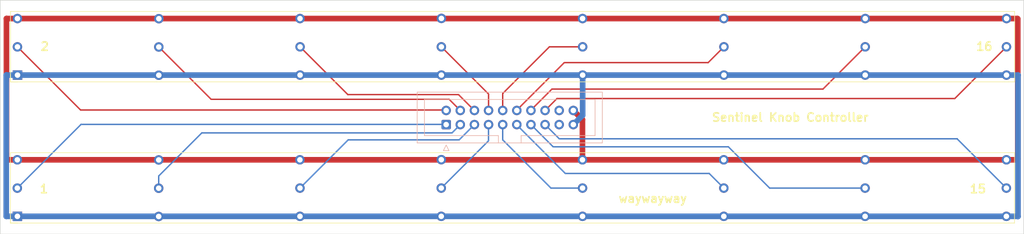
<source format=kicad_pcb>
(kicad_pcb (version 20221018) (generator pcbnew)
  (layers (0 "F.Cu" signal) (31 "B.Cu" signal) (34 "B.Paste" user) (35 "F.Paste" user) (36 "B.SilkS" user "B.Silkscreen") (37 "F.SilkS" user "F.Silkscreen") (38 "B.Mask" user) (39 "F.Mask" user) (44 "Edge.Cuts" user))
  (net 0 "")
  (net 1 "Net-(IDC1-Pin_1)")
  (net 2 "Net-(IDC1-Pin_2)")
  (net 3 "Net-(IDC1-Pin_3)")
  (net 4 "Net-(IDC1-Pin_4)")
  (net 5 "Net-(IDC1-Pin_5)")
  (net 6 "Net-(IDC1-Pin_6)")
  (net 7 "Net-(IDC1-Pin_7)")
  (net 8 "Net-(IDC1-Pin_8)")
  (net 9 "Net-(IDC1-Pin_9)")
  (net 10 "Net-(IDC1-Pin_10)")
  (net 11 "Net-(IDC1-Pin_11)")
  (net 12 "Net-(IDC1-Pin_12)")
  (net 13 "Net-(IDC1-Pin_13)")
  (net 14 "Net-(IDC1-Pin_14)")
  (net 15 "Net-(IDC1-Pin_15)")
  (net 16 "Net-(IDC1-Pin_16)")
  (net 19 "Net-(IDC1-Pin_19)")
  (net 20 "Net-(IDC1-Pin_20)")
  (footprint "Connector_PinHeader_2.54mm:PinHeader_8x3_P2.54mm_Knobs" (layer "F.Cu") (at 49.01 75.885 90)
    (fp_text reference "J2" hide)
    (fp_text value "Top Row" hide)
    (fp_line (start -3.75 1.275) (end -3.75 181.8) (stroke (width 0.12)) (layer "F.SilkS"))
    (fp_line (start -3.75 1.275) (end -2.42 1.275) (stroke (width 0.12)) (layer "F.SilkS"))
    (fp_line (start -3.75 1.275) (end 8.9 1.28) (stroke (width 0.12)) (layer "F.SilkS"))
    (fp_line (start -3.75 2.605) (end -3.75 1.275) (stroke (width 0.12)) (layer "F.SilkS"))
    (fp_line (start -3.75 181.8) (end 8.9 181.8) (stroke (width 0.12)) (layer "F.SilkS"))
    (fp_line (start 8.9 1.28) (end 8.9 181.8) (stroke (width 0.12)) (layer "F.SilkS"))
    (pad "1" thru_hole rect (at -2.54 2.54 180) (size 1.7 1.7) (drill 1) (layers "*.Cu" "*.Mask") (net 19 "Net-(IDC1-Pin_19)"))
    (pad "2" thru_hole oval (at 2.535 2.525 180) (size 1.7 1.7) (drill 1) (layers "*.Cu" "*.Mask") (net 2 "Net-(IDC1-Pin_2)"))
    (pad "3" thru_hole oval (at 7.625 2.525 180) (size 1.7 1.7) (drill 1) (layers "*.Cu" "*.Mask") (net 20 "Net-(IDC1-Pin_20)"))
    (pad "4" thru_hole oval (at -2.565 27.94 180) (size 1.7 1.7) (drill 1) (layers "*.Cu" "*.Mask") (net 19 "Net-(IDC1-Pin_19)"))
    (pad "5" thru_hole oval (at 2.515 27.94 180) (size 1.7 1.7) (drill 1) (layers "*.Cu" "*.Mask") (net 4 "Net-(IDC1-Pin_4)"))
    (pad "6" thru_hole oval (at 7.6 27.95 180) (size 1.7 1.7) (drill 1) (layers "*.Cu" "*.Mask") (net 20 "Net-(IDC1-Pin_20)"))
    (pad "7" thru_hole oval (at -2.54 53.34 180) (size 1.7 1.7) (drill 1) (layers "*.Cu" "*.Mask") (net 19 "Net-(IDC1-Pin_19)"))
    (pad "8" thru_hole oval (at 2.54 53.34 180) (size 1.7 1.7) (drill 1) (layers "*.Cu" "*.Mask") (net 6 "Net-(IDC1-Pin_6)"))
    (pad "9" thru_hole oval (at 7.625 53.325 180) (size 1.7 1.7) (drill 1) (layers "*.Cu" "*.Mask") (net 20 "Net-(IDC1-Pin_20)"))
    (pad "10" thru_hole oval (at -2.54 78.74 180) (size 1.7 1.7) (drill 1) (layers "*.Cu" "*.Mask") (net 19 "Net-(IDC1-Pin_19)"))
    (pad "11" thru_hole oval (at 2.54 78.74 180) (size 1.7 1.7) (drill 1) (layers "*.Cu" "*.Mask") (net 8 "Net-(IDC1-Pin_8)"))
    (pad "12" thru_hole oval (at 7.65 78.75 180) (size 1.7 1.7) (drill 1) (layers "*.Cu" "*.Mask") (net 20 "Net-(IDC1-Pin_20)"))
    (pad "13" thru_hole oval (at -2.54 104.14 180) (size 1.7 1.7) (drill 1) (layers "*.Cu" "*.Mask") (net 19 "Net-(IDC1-Pin_19)"))
    (pad "14" thru_hole oval (at 2.54 104.14 180) (size 1.7 1.7) (drill 1) (layers "*.Cu" "*.Mask") (net 10 "Net-(IDC1-Pin_10)"))
    (pad "15" thru_hole oval (at 7.625 104.125 180) (size 1.7 1.7) (drill 1) (layers "*.Cu" "*.Mask") (net 20 "Net-(IDC1-Pin_20)"))
    (pad "16" thru_hole oval (at -2.54 129.54 180) (size 1.7 1.7) (drill 1) (layers "*.Cu" "*.Mask") (net 19 "Net-(IDC1-Pin_19)"))
    (pad "17" thru_hole oval (at 2.54 129.54 180) (size 1.7 1.7) (drill 1) (layers "*.Cu" "*.Mask") (net 12 "Net-(IDC1-Pin_12)"))
    (pad "18" thru_hole oval (at 7.625 129.525 180) (size 1.7 1.7) (drill 1) (layers "*.Cu" "*.Mask") (net 20 "Net-(IDC1-Pin_20)"))
    (pad "19" thru_hole oval (at -2.54 154.94 180) (size 1.7 1.7) (drill 1) (layers "*.Cu" "*.Mask") (net 19 "Net-(IDC1-Pin_19)"))
    (pad "20" thru_hole oval (at 2.54 154.94 180) (size 1.7 1.7) (drill 1) (layers "*.Cu" "*.Mask") (net 14 "Net-(IDC1-Pin_14)"))
    (pad "21" thru_hole oval (at 7.625 154.95 180) (size 1.7 1.7) (drill 1) (layers "*.Cu" "*.Mask") (net 20 "Net-(IDC1-Pin_20)"))
    (pad "22" thru_hole oval (at -2.54 180.34 180) (size 1.7 1.7) (drill 1) (layers "*.Cu" "*.Mask") (net 19 "Net-(IDC1-Pin_19)"))
    (pad "23" thru_hole oval (at 2.54 180.34 180) (size 1.7 1.7) (drill 1) (layers "*.Cu" "*.Mask") (net 16 "Net-(IDC1-Pin_16)"))
    (pad "24" thru_hole oval (at 7.625 180.35 180) (size 1.7 1.7) (drill 1) (layers "*.Cu" "*.Mask") (net 20 "Net-(IDC1-Pin_20)"))
  )
  (footprint "Connector_PinHeader_2.54mm:PinHeader_8x3_P2.54mm_Knobs" (layer "F.Cu") (at 48.99 101.28 90)
    (fp_text reference "J1" hide)
    (fp_text value "Top Row" hide)
    (fp_line (start -3.75 1.275) (end -3.75 181.8) (stroke (width 0.12)) (layer "F.SilkS"))
    (fp_line (start -3.75 1.275) (end -2.42 1.275) (stroke (width 0.12)) (layer "F.SilkS"))
    (fp_line (start -3.75 1.275) (end 8.9 1.28) (stroke (width 0.12)) (layer "F.SilkS"))
    (fp_line (start -3.75 2.605) (end -3.75 1.275) (stroke (width 0.12)) (layer "F.SilkS"))
    (fp_line (start -3.75 181.8) (end 8.9 181.8) (stroke (width 0.12)) (layer "F.SilkS"))
    (fp_line (start 8.9 1.28) (end 8.9 181.8) (stroke (width 0.12)) (layer "F.SilkS"))
    (pad "1" thru_hole rect (at -2.54 2.54 180) (size 1.7 1.7) (drill 1) (layers "*.Cu" "*.Mask") (net 19 "Net-(IDC1-Pin_19)"))
    (pad "2" thru_hole oval (at 2.535 2.525 180) (size 1.7 1.7) (drill 1) (layers "*.Cu" "*.Mask") (net 1 "Net-(IDC1-Pin_1)"))
    (pad "3" thru_hole oval (at 7.625 2.525 180) (size 1.7 1.7) (drill 1) (layers "*.Cu" "*.Mask") (net 20 "Net-(IDC1-Pin_20)"))
    (pad "4" thru_hole oval (at -2.565 27.94 180) (size 1.7 1.7) (drill 1) (layers "*.Cu" "*.Mask") (net 19 "Net-(IDC1-Pin_19)"))
    (pad "5" thru_hole oval (at 2.515 27.94 180) (size 1.7 1.7) (drill 1) (layers "*.Cu" "*.Mask") (net 3 "Net-(IDC1-Pin_3)"))
    (pad "6" thru_hole oval (at 7.6 27.95 180) (size 1.7 1.7) (drill 1) (layers "*.Cu" "*.Mask") (net 20 "Net-(IDC1-Pin_20)"))
    (pad "7" thru_hole oval (at -2.54 53.34 180) (size 1.7 1.7) (drill 1) (layers "*.Cu" "*.Mask") (net 19 "Net-(IDC1-Pin_19)"))
    (pad "8" thru_hole oval (at 2.54 53.34 180) (size 1.7 1.7) (drill 1) (layers "*.Cu" "*.Mask") (net 5 "Net-(IDC1-Pin_5)"))
    (pad "9" thru_hole oval (at 7.625 53.325 180) (size 1.7 1.7) (drill 1) (layers "*.Cu" "*.Mask") (net 20 "Net-(IDC1-Pin_20)"))
    (pad "10" thru_hole oval (at -2.54 78.74 180) (size 1.7 1.7) (drill 1) (layers "*.Cu" "*.Mask") (net 19 "Net-(IDC1-Pin_19)"))
    (pad "11" thru_hole oval (at 2.54 78.74 180) (size 1.7 1.7) (drill 1) (layers "*.Cu" "*.Mask") (net 7 "Net-(IDC1-Pin_7)"))
    (pad "12" thru_hole oval (at 7.65 78.75 180) (size 1.7 1.7) (drill 1) (layers "*.Cu" "*.Mask") (net 20 "Net-(IDC1-Pin_20)"))
    (pad "13" thru_hole oval (at -2.54 104.14 180) (size 1.7 1.7) (drill 1) (layers "*.Cu" "*.Mask") (net 19 "Net-(IDC1-Pin_19)"))
    (pad "14" thru_hole oval (at 2.54 104.14 180) (size 1.7 1.7) (drill 1) (layers "*.Cu" "*.Mask") (net 9 "Net-(IDC1-Pin_9)"))
    (pad "15" thru_hole oval (at 7.625 104.125 180) (size 1.7 1.7) (drill 1) (layers "*.Cu" "*.Mask") (net 20 "Net-(IDC1-Pin_20)"))
    (pad "16" thru_hole oval (at -2.54 129.54 180) (size 1.7 1.7) (drill 1) (layers "*.Cu" "*.Mask") (net 19 "Net-(IDC1-Pin_19)"))
    (pad "17" thru_hole oval (at 2.54 129.54 180) (size 1.7 1.7) (drill 1) (layers "*.Cu" "*.Mask") (net 11 "Net-(IDC1-Pin_11)"))
    (pad "18" thru_hole oval (at 7.625 129.525 180) (size 1.7 1.7) (drill 1) (layers "*.Cu" "*.Mask") (net 20 "Net-(IDC1-Pin_20)"))
    (pad "19" thru_hole oval (at -2.54 154.94 180) (size 1.7 1.7) (drill 1) (layers "*.Cu" "*.Mask") (net 19 "Net-(IDC1-Pin_19)"))
    (pad "20" thru_hole oval (at 2.54 154.94 180) (size 1.7 1.7) (drill 1) (layers "*.Cu" "*.Mask") (net 13 "Net-(IDC1-Pin_13)"))
    (pad "21" thru_hole oval (at 7.625 154.95 180) (size 1.7 1.7) (drill 1) (layers "*.Cu" "*.Mask") (net 20 "Net-(IDC1-Pin_20)"))
    (pad "22" thru_hole oval (at -2.54 180.34 180) (size 1.7 1.7) (drill 1) (layers "*.Cu" "*.Mask") (net 19 "Net-(IDC1-Pin_19)"))
    (pad "23" thru_hole oval (at 2.54 180.34 180) (size 1.7 1.7) (drill 1) (layers "*.Cu" "*.Mask") (net 15 "Net-(IDC1-Pin_15)"))
    (pad "24" thru_hole oval (at 7.625 180.35 180) (size 1.7 1.7) (drill 1) (layers "*.Cu" "*.Mask") (net 20 "Net-(IDC1-Pin_20)"))
  )
  (footprint "Connector_IDC:IDC-Header_2x10_P2.54mm_Vertical" (layer "B.Cu") (at 128.615 84.785 -90)
    (fp_text reference "IDC1" hide)
    (fp_text value "16_Pin_IDC_2x08_Power" hide)
    (fp_line (start -3.29 -28.07) (end 5.83 -28.07) (stroke (width 0.12)) (layer "B.SilkS"))
    (fp_line (start -3.29 5.21) (end -3.29 -28.07) (stroke (width 0.12)) (layer "B.SilkS"))
    (fp_line (start -1.98 -26.77) (end 4.52 -26.77) (stroke (width 0.12)) (layer "B.SilkS"))
    (fp_line (start -1.98 3.91) (end -1.98 -26.77) (stroke (width 0.12)) (layer "B.SilkS"))
    (fp_line (start 4.52 -26.77) (end 4.52 -13.48) (stroke (width 0.12)) (layer "B.SilkS"))
    (fp_line (start 4.52 -13.48) (end 4.52 -13.48) (stroke (width 0.12)) (layer "B.SilkS"))
    (fp_line (start 4.52 -13.48) (end 5.83 -13.48) (stroke (width 0.12)) (layer "B.SilkS"))
    (fp_line (start 4.52 -9.38) (end 4.52 3.91) (stroke (width 0.12)) (layer "B.SilkS"))
    (fp_line (start 4.52 3.91) (end -1.98 3.91) (stroke (width 0.12)) (layer "B.SilkS"))
    (fp_line (start 5.83 -28.07) (end 5.83 5.21) (stroke (width 0.12)) (layer "B.SilkS"))
    (fp_line (start 5.83 -9.38) (end 4.52 -9.38) (stroke (width 0.12)) (layer "B.SilkS"))
    (fp_line (start 5.83 5.21) (end -3.29 5.21) (stroke (width 0.12)) (layer "B.SilkS"))
    (fp_line (start 6.22 0) (end 7.22 0.5) (stroke (width 0.12)) (layer "B.SilkS"))
    (fp_line (start 7.22 -0.5) (end 6.22 0) (stroke (width 0.12)) (layer "B.SilkS"))
    (fp_line (start 7.22 0.5) (end 7.22 -0.5) (stroke (width 0.12)) (layer "B.SilkS"))
    (pad "1" thru_hole roundrect (at 2.54 0 270) (size 1.7 1.7) (drill 1) (layers "*.Cu" "*.Mask") (roundrect_rratio 0.1470588235) (net 1 "Net-(IDC1-Pin_1)"))
    (pad "2" thru_hole circle (at 0 0 270) (size 1.7 1.7) (drill 1) (layers "*.Cu" "*.Mask") (net 2 "Net-(IDC1-Pin_2)"))
    (pad "3" thru_hole circle (at 2.54 -2.54 270) (size 1.7 1.7) (drill 1) (layers "*.Cu" "*.Mask") (net 3 "Net-(IDC1-Pin_3)"))
    (pad "4" thru_hole circle (at 0 -2.54 270) (size 1.7 1.7) (drill 1) (layers "*.Cu" "*.Mask") (net 4 "Net-(IDC1-Pin_4)"))
    (pad "5" thru_hole circle (at 2.54 -5.08 270) (size 1.7 1.7) (drill 1) (layers "*.Cu" "*.Mask") (net 5 "Net-(IDC1-Pin_5)"))
    (pad "6" thru_hole circle (at 0 -5.08 270) (size 1.7 1.7) (drill 1) (layers "*.Cu" "*.Mask") (net 6 "Net-(IDC1-Pin_6)"))
    (pad "7" thru_hole circle (at 2.54 -7.62 270) (size 1.7 1.7) (drill 1) (layers "*.Cu" "*.Mask") (net 7 "Net-(IDC1-Pin_7)"))
    (pad "8" thru_hole circle (at 0 -7.62 270) (size 1.7 1.7) (drill 1) (layers "*.Cu" "*.Mask") (net 8 "Net-(IDC1-Pin_8)"))
    (pad "9" thru_hole circle (at 2.54 -10.16 270) (size 1.7 1.7) (drill 1) (layers "*.Cu" "*.Mask") (net 9 "Net-(IDC1-Pin_9)"))
    (pad "10" thru_hole circle (at 0 -10.16 270) (size 1.7 1.7) (drill 1) (layers "*.Cu" "*.Mask") (net 10 "Net-(IDC1-Pin_10)"))
    (pad "11" thru_hole circle (at 2.54 -12.7 270) (size 1.7 1.7) (drill 1) (layers "*.Cu" "*.Mask") (net 11 "Net-(IDC1-Pin_11)"))
    (pad "12" thru_hole circle (at 0 -12.7 270) (size 1.7 1.7) (drill 1) (layers "*.Cu" "*.Mask") (net 12 "Net-(IDC1-Pin_12)"))
    (pad "13" thru_hole circle (at 2.54 -15.24 270) (size 1.7 1.7) (drill 1) (layers "*.Cu" "*.Mask") (net 13 "Net-(IDC1-Pin_13)"))
    (pad "14" thru_hole circle (at 0 -15.24 270) (size 1.7 1.7) (drill 1) (layers "*.Cu" "*.Mask") (net 14 "Net-(IDC1-Pin_14)"))
    (pad "15" thru_hole circle (at 2.54 -17.78 270) (size 1.7 1.7) (drill 1) (layers "*.Cu" "*.Mask") (net 15 "Net-(IDC1-Pin_15)"))
    (pad "16" thru_hole circle (at 0 -17.78 270) (size 1.7 1.7) (drill 1) (layers "*.Cu" "*.Mask") (net 16 "Net-(IDC1-Pin_16)"))
    (pad "17" thru_hole circle (at 2.54 -20.32 270) (size 1.7 1.7) (drill 1) (layers "*.Cu" "*.Mask"))
    (pad "18" thru_hole circle (at 0 -20.32 270) (size 1.7 1.7) (drill 1) (layers "*.Cu" "*.Mask"))
    (pad "19" thru_hole circle (at 2.54 -22.86 270) (size 1.7 1.7) (drill 1) (layers "*.Cu" "*.Mask") (net 19 "Net-(IDC1-Pin_19)"))
    (pad "20" thru_hole circle (at 0 -22.86 270) (size 1.7 1.7) (drill 1) (layers "*.Cu" "*.Mask") (net 20 "Net-(IDC1-Pin_20)"))
  )
  (gr_rect (start 48.45 64.975) (end 232.45 107) (stroke (width 0.1)) (fill none) (layer "Edge.Cuts"))
  (gr_text "Sentinel Knob Controller" (at 176.24 86.91) (layer "F.SilkS") (effects (font (size 1.5 1.5) (thickness 0.3) bold) (justify left bottom)))
  (gr_text "1" (at 55.39 99.77) (layer "F.SilkS") (effects (font (size 1.5 1.5) (thickness 0.3) bold) (justify left bottom)))
  (gr_text "15" (at 222.59 99.77) (layer "F.SilkS") (effects (font (size 1.5 1.5) (thickness 0.3) bold) (justify left bottom)))
  (gr_text "16" (at 223.74 74.16) (layer "F.SilkS") (effects (font (size 1.5 1.5) (thickness 0.3) bold) (justify left bottom)))
  (gr_text "waywayway" (at 159.46 101.49) (layer "F.SilkS") (effects (font (size 1.5 1.5) (thickness 0.3) bold) (justify left bottom)))
  (gr_text "2" (at 55.54 74.16) (layer "F.SilkS") (effects (font (size 1.5 1.5) (thickness 0.3) bold) (justify left bottom)))
  (segment (start 51.515 98.745) (end 62.97 87.29) (width 0.25) (layer "B.Cu") (net 1))
  (segment (start 128.58 87.29) (end 128.6 87.27) (width 0.25) (layer "B.Cu") (net 1))
  (segment (start 62.97 87.29) (end 128.58 87.29) (width 0.25) (layer "B.Cu") (net 1))
  (segment (start 62.885 84.7) (end 128.57 84.7) (width 0.25) (layer "F.Cu") (net 2))
  (segment (start 51.535 73.35) (end 62.885 84.7) (width 0.25) (layer "F.Cu") (net 2))
  (segment (start 128.57 84.7) (end 128.6 84.73) (width 0.25) (layer "F.Cu") (net 2))
  (segment (start 131.14 87.34) (end 131.14 87.27) (width 0.25) (layer "B.Cu") (net 3))
  (segment (start 84.68 88.82) (end 129.66 88.82) (width 0.25) (layer "B.Cu") (net 3))
  (segment (start 76.93 96.57) (end 84.68 88.82) (width 0.25) (layer "B.Cu") (net 3))
  (segment (start 76.93 98.765) (end 76.93 96.57) (width 0.25) (layer "B.Cu") (net 3))
  (segment (start 129.66 88.82) (end 131.14 87.34) (width 0.25) (layer "B.Cu") (net 3))
  (segment (start 131.0975 84.73) (end 131.14 84.73) (width 0.25) (layer "F.Cu") (net 4))
  (segment (start 86.36 82.78) (end 129.1475 82.78) (width 0.25) (layer "F.Cu") (net 4))
  (segment (start 129.1475 82.78) (end 131.0975 84.73) (width 0.25) (layer "F.Cu") (net 4))
  (segment (start 76.95 73.37) (end 86.36 82.78) (width 0.25) (layer "F.Cu") (net 4))
  (segment (start 133.68 87.34) (end 133.68 87.27) (width 0.25) (layer "B.Cu") (net 5))
  (segment (start 130.95 90.07) (end 133.68 87.34) (width 0.25) (layer "B.Cu") (net 5))
  (segment (start 102.33 98.74) (end 111 90.07) (width 0.25) (layer "B.Cu") (net 5))
  (segment (start 111 90.07) (end 130.95 90.07) (width 0.25) (layer "B.Cu") (net 5))
  (segment (start 133.63 84.73) (end 133.68 84.73) (width 0.25) (layer "F.Cu") (net 6))
  (segment (start 130.83 81.93) (end 133.63 84.73) (width 0.25) (layer "F.Cu") (net 6))
  (segment (start 102.35 73.345) (end 110.935 81.93) (width 0.25) (layer "F.Cu") (net 6))
  (segment (start 110.935 81.93) (end 130.83 81.93) (width 0.25) (layer "F.Cu") (net 6))
  (segment (start 127.73 98.74) (end 136.225 90.245) (width 0.25) (layer "B.Cu") (net 7))
  (segment (start 136.225 87.275) (end 136.22 87.27) (width 0.25) (layer "B.Cu") (net 7))
  (segment (start 136.225 90.245) (end 136.225 87.275) (width 0.25) (layer "B.Cu") (net 7))
  (segment (start 127.75 73.345) (end 136.235 81.83) (width 0.25) (layer "F.Cu") (net 8))
  (segment (start 136.235 81.83) (end 136.235 84.785) (width 0.25) (layer "F.Cu") (net 8))
  (segment (start 147.45 98.74) (end 138.775 90.065) (width 0.25) (layer "B.Cu") (net 9))
  (segment (start 138.775 87.285) (end 138.76 87.27) (width 0.25) (layer "B.Cu") (net 9))
  (segment (start 153.13 98.74) (end 147.45 98.74) (width 0.25) (layer "B.Cu") (net 9))
  (segment (start 138.775 90.065) (end 138.775 87.285) (width 0.25) (layer "B.Cu") (net 9))
  (segment (start 153.15 73.345) (end 147.175 73.345) (width 0.25) (layer "F.Cu") (net 10))
  (segment (start 138.775 81.745) (end 138.775 84.715) (width 0.25) (layer "F.Cu") (net 10))
  (segment (start 147.175 73.345) (end 138.775 81.745) (width 0.25) (layer "F.Cu") (net 10))
  (segment (start 138.775 84.715) (end 138.76 84.73) (width 0.25) (layer "F.Cu") (net 10))
  (segment (start 175.9 96.11) (end 150.035 96.11) (width 0.25) (layer "B.Cu") (net 11))
  (segment (start 178.53 98.74) (end 175.9 96.11) (width 0.25) (layer "B.Cu") (net 11))
  (segment (start 141.3 87.375) (end 141.3 87.27) (width 0.25) (layer "B.Cu") (net 11))
  (segment (start 150.035 96.11) (end 141.3 87.375) (width 0.25) (layer "B.Cu") (net 11))
  (segment (start 175.715 76.18) (end 149.85 76.18) (width 0.25) (layer "F.Cu") (net 12))
  (segment (start 141.315 84.715) (end 141.315 84.785) (width 0.25) (layer "F.Cu") (net 12))
  (segment (start 178.55 73.345) (end 175.715 76.18) (width 0.25) (layer "F.Cu") (net 12))
  (segment (start 149.85 76.18) (end 141.315 84.715) (width 0.25) (layer "F.Cu") (net 12))
  (segment (start 143.84 87.31) (end 143.84 87.27) (width 0.25) (layer "B.Cu") (net 13))
  (segment (start 203.93 98.74) (end 186.77 98.74) (width 0.25) (layer "B.Cu") (net 13))
  (segment (start 179.35 91.32) (end 147.85 91.32) (width 0.25) (layer "B.Cu") (net 13))
  (segment (start 186.77 98.74) (end 179.35 91.32) (width 0.25) (layer "B.Cu") (net 13))
  (segment (start 147.85 91.32) (end 143.84 87.31) (width 0.25) (layer "B.Cu") (net 13))
  (segment (start 203.95 73.345) (end 196.355 80.94) (width 0.25) (layer "F.Cu") (net 14))
  (segment (start 147.63 80.94) (end 143.855 84.715) (width 0.25) (layer "F.Cu") (net 14))
  (segment (start 196.355 80.94) (end 147.63 80.94) (width 0.25) (layer "F.Cu") (net 14))
  (segment (start 143.855 84.715) (end 143.855 84.785) (width 0.25) (layer "F.Cu") (net 14))
  (segment (start 229.33 98.74) (end 220.51 89.92) (width 0.25) (layer "B.Cu") (net 15))
  (segment (start 146.38 87.31) (end 146.38 87.27) (width 0.25) (layer "B.Cu") (net 15))
  (segment (start 220.51 89.88) (end 148.95 89.88) (width 0.25) (layer "B.Cu") (net 15))
  (segment (start 148.95 89.88) (end 146.38 87.31) (width 0.25) (layer "B.Cu") (net 15))
  (segment (start 220.51 89.92) (end 220.51 89.88) (width 0.25) (layer "B.Cu") (net 15))
  (segment (start 148.54 82.64) (end 146.395 84.785) (width 0.25) (layer "F.Cu") (net 16))
  (segment (start 220.055 82.64) (end 148.54 82.64) (width 0.25) (layer "F.Cu") (net 16))
  (segment (start 229.35 73.345) (end 220.055 82.64) (width 0.25) (layer "F.Cu") (net 16))
  (segment (start 49.52 78.43) (end 49.55 78.4) (width 1.016) (layer "B.Cu") (net 19))
  (segment (start 49.52 103.81) (end 49.52 78.43) (width 1.016) (layer "B.Cu") (net 19))
  (segment (start 49.55 78.4) (end 49.575 78.425) (width 1.016) (layer "B.Cu") (net 19))
  (segment (start 153.15 85.65) (end 151.475 87.325) (width 1.016) (layer "B.Cu") (net 19))
  (segment (start 231.4 103.82) (end 231.42 103.84) (width 1.016) (layer "B.Cu") (net 19))
  (segment (start 49.53 103.82) (end 49.52 103.81) (width 1.016) (layer "B.Cu") (net 19))
  (segment (start 51.55 78.425) (end 229.35 78.425) (width 1.016) (layer "B.Cu") (net 19))
  (segment (start 51.53 103.82) (end 49.53 103.82) (width 1.016) (layer "B.Cu") (net 19))
  (segment (start 153.15 78.425) (end 153.15 85.65) (width 1.016) (layer "B.Cu") (net 19))
  (segment (start 49.575 78.425) (end 51.55 78.425) (width 1.016) (layer "B.Cu") (net 19))
  (segment (start 229.33 103.82) (end 231.4 103.82) (width 1.016) (layer "B.Cu") (net 19))
  (segment (start 231.42 78.43) (end 231.425 78.425) (width 1.016) (layer "B.Cu") (net 19))
  (segment (start 231.42 103.84) (end 231.42 78.43) (width 1.016) (layer "B.Cu") (net 19))
  (segment (start 231.425 78.425) (end 229.35 78.425) (width 1.016) (layer "B.Cu") (net 19))
  (segment (start 51.53 103.82) (end 229.33 103.82) (width 1.016) (layer "B.Cu") (net 19))
  (segment (start 49.595 93.655) (end 51.515 93.655) (width 1.016) (layer "F.Cu") (net 20))
  (segment (start 231.255 93.655) (end 229.34 93.655) (width 1.016) (layer "F.Cu") (net 20))
  (segment (start 49.56 93.62) (end 49.595 93.655) (width 1.016) (layer "F.Cu") (net 20))
  (segment (start 51.535 68.26) (end 229.36 68.26) (width 1.016) (layer "F.Cu") (net 20))
  (segment (start 51.535 68.26) (end 49.57 68.26) (width 1.016) (layer "F.Cu") (net 20))
  (segment (start 231.38 68.32) (end 231.38 93.53) (width 1.016) (layer "F.Cu") (net 20))
  (segment (start 49.57 68.26) (end 49.56 68.27) (width 1.016) (layer "F.Cu") (net 20))
  (segment (start 51.515 93.655) (end 229.34 93.655) (width 1.016) (layer "F.Cu") (net 20))
  (segment (start 231.38 93.53) (end 231.255 93.655) (width 1.016) (layer "F.Cu") (net 20))
  (segment (start 231.32 68.26) (end 231.38 68.32) (width 1.016) (layer "F.Cu") (net 20))
  (segment (start 153.115 93.655) (end 153.115 86.425) (width 1.016) (layer "F.Cu") (net 20))
  (segment (start 153.115 86.425) (end 151.475 84.785) (width 1.016) (layer "F.Cu") (net 20))
  (segment (start 229.36 68.26) (end 231.32 68.26) (width 1.016) (layer "F.Cu") (net 20))
  (segment (start 49.56 68.27) (end 49.56 93.62) (width 1.016) (layer "F.Cu") (net 20))
)
</source>
